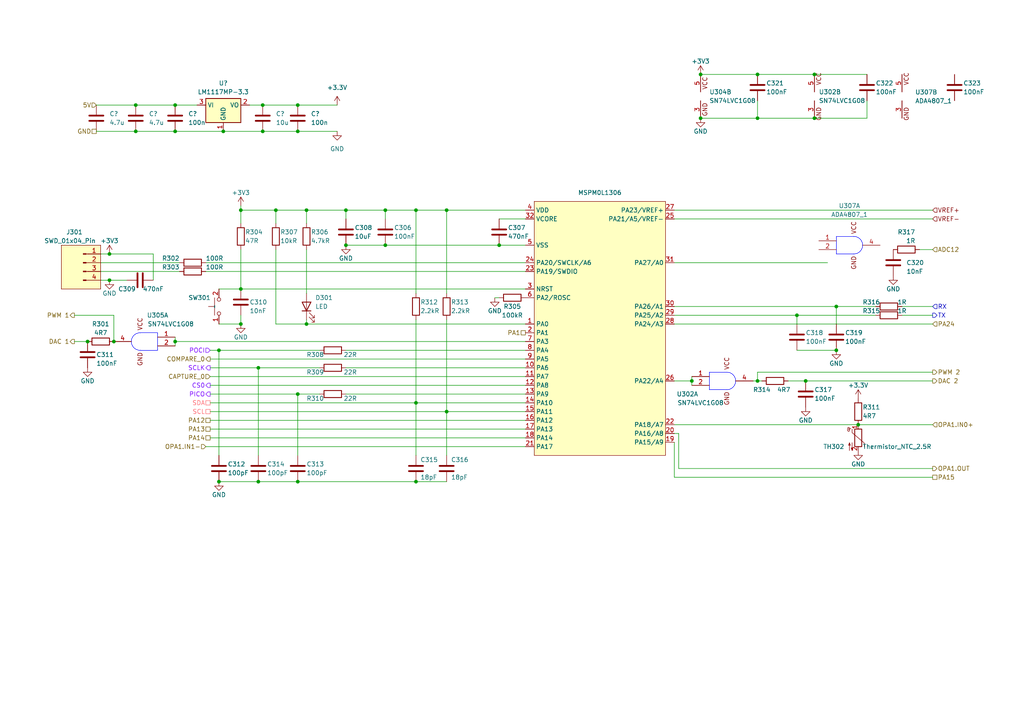
<source format=kicad_sch>
(kicad_sch (version 20230121) (generator eeschema)
  (paper "A4")
  (lib_symbols
    (symbol "+3.3V_1" (power) (pin_numbers hide) (pin_names (offset 0) hide)
      (property "Value" "+3.3V_1" (at 0 3.556 0))
      (symbol "+3.3V_1_1_1"
        (pin power_in line (at 0 0 90) (length 0) hide (name "+3.3V") (number "1"))
      )
    )
    (symbol "00_Myself_Library:ADA4807_1" (pin_names hide)
      (property "Reference" "U" (at -1.27 0 0))
      (property "Value" "ADA4807_1" (at -1.27 8.89 0))
      (symbol "ADA4807_1_0_1"
        (text "GND" (at 1.27 -5.08 900) (effects (font (size 1.27 1.27))))
        (text "VCC" (at 1.27 5.08 900) (effects (font (size 1.27 1.27))))
      )
      (symbol "ADA4807_1_1_1"
        (pin input line (at -8.89 1.27 0) (length 5.08) (name "~") (number "1"))
        (pin input line (at -8.89 -1.27 0) (length 5.08) (name "~") (number "2"))
        (pin output line (at 8.89 0 180) (length 5.08) (name "~") (number "4"))
      )
      (symbol "ADA4807_1_2_1"
        (pin passive line (at 0 -6.35 90) (length 5.08) (name "GND") (number "3"))
        (pin power_in line (at 0 6.35 270) (length 5.08) (name "VCC") (number "5"))
      )
    )
    (symbol "00_Myself_Library:C_0603_470nF" (pin_numbers hide) (pin_names (offset 0.254))
      (property "Reference" "C" (at -3.683 7.112 0))
      (property "Value" "470nF" (at -3.81 5.08 0))
      (symbol "C_0603_470nF_1_1"
        (pin passive line (at 3.81 0 180) (length 2.794) (name "~") (number "1"))
        (pin passive line (at -3.81 0 0) (length 2.794) (name "~") (number "2"))
      )
    )
    (symbol "00_Myself_Library:C_0805_100nF" (pin_numbers hide) (pin_names (offset 0) hide)
      (property "Reference" "C" (at -2.54 6.35 0))
      (property "Value" "100nF" (at 0 3.81 0))
      (symbol "C_0805_100nF_1_1"
        (pin passive line (at 3.81 0 180) (length 2.794) (name "~") (number "1"))
        (pin passive line (at -3.81 0 0) (length 2.794) (name "~") (number "2"))
      )
    )
    (symbol "00_Myself_Library:C_0805_100pF" (pin_numbers hide) (pin_names (offset 0) hide)
      (property "Reference" "C" (at -2.54 8.89 0))
      (property "Value" "100pF" (at 0 6.35 0))
      (symbol "C_0805_100pF_1_1"
        (pin passive line (at 3.81 0 180) (length 2.794) (name "~") (number "1"))
        (pin passive line (at -3.81 0 0) (length 2.794) (name "~") (number "2"))
      )
    )
    (symbol "00_Myself_Library:C_0805_10nF" (pin_numbers hide) (pin_names (offset 0) hide)
      (property "Reference" "C" (at -2.54 8.89 0))
      (property "Value" "10nF" (at 0 6.35 0))
      (symbol "C_0805_10nF_1_1"
        (pin passive line (at 3.81 0 180) (length 2.794) (name "~") (number "1"))
        (pin passive line (at -3.81 0 0) (length 2.794) (name "~") (number "2"))
      )
    )
    (symbol "00_Myself_Library:C_0805_10uF" (pin_numbers hide) (pin_names (offset 0) hide)
      (property "Reference" "C" (at -2.54 6.35 0))
      (property "Value" "C_10uF" (at 0 3.81 0))
      (symbol "C_0805_10uF_1_1"
        (pin passive line (at 3.81 0 180) (length 2.794) (name "~") (number "1"))
        (pin passive line (at -3.81 0 0) (length 2.794) (name "~") (number "2"))
      )
    )
    (symbol "00_Myself_Library:C_0805_18pF" (pin_numbers hide) (pin_names (offset 0) hide)
      (property "Reference" "C" (at -2.54 8.89 0))
      (property "Value" "18pF" (at 0 6.35 0))
      (symbol "C_0805_18pF_1_1"
        (pin passive line (at 3.81 0 180) (length 2.794) (name "~") (number "1"))
        (pin passive line (at -3.81 0 0) (length 2.794) (name "~") (number "2"))
      )
    )
    (symbol "00_Myself_Library:LED" (pin_numbers hide) (pin_names (offset 1.016) hide)
      (property "Reference" "D" (at 0 2.54 0))
      (property "Value" "LED" (at 0 -2.54 0))
      (symbol "LED_1_1"
        (pin passive line (at -3.81 0 0) (length 2.54) (name "K") (number "1"))
        (pin passive line (at 3.81 0 180) (length 2.54) (name "A") (number "2"))
      )
    )
    (symbol "00_Myself_Library:MCU_MSPM0L1306"
      (property "Value" "MSPM0L1306" (at 0 40.64 0))
      (symbol "MCU_MSPM0L1306_1_0"
        (pin input line (at -21.59 20.32 0) (length 2.54) (name "PA20/SWCLK/A6") (number "24"))
      )
      (symbol "MCU_MSPM0L1306_1_1"
        (pin passive line (at -21.59 2.54 0) (length 2.54) (name "PA0") (number "1"))
        (pin passive line (at -21.59 -10.16 0) (length 2.54) (name "PA6") (number "10"))
        (pin passive line (at -21.59 -12.7 0) (length 2.54) (name "PA7") (number "11"))
        (pin passive line (at -21.59 -15.24 0) (length 2.54) (name "PA8") (number "12"))
        (pin passive line (at -21.59 -17.78 0) (length 2.54) (name "PA9") (number "13"))
        (pin passive line (at -21.59 -20.32 0) (length 2.54) (name "PA10") (number "14"))
        (pin passive line (at -21.59 -22.86 0) (length 2.54) (name "PA11") (number "15"))
        (pin passive line (at -21.59 -25.4 0) (length 2.54) (name "PA12") (number "16"))
        (pin passive line (at -21.59 -27.94 0) (length 2.54) (name "PA13") (number "17"))
        (pin passive line (at -21.59 -30.48 0) (length 2.54) (name "PA14") (number "18"))
        (pin passive line (at 21.59 -31.75 180) (length 2.54) (name "PA15/A9") (number "19"))
        (pin passive line (at -21.59 0 0) (length 2.54) (name "PA1") (number "2"))
        (pin passive line (at 21.59 -29.21 180) (length 2.54) (name "PA16/A8") (number "20"))
        (pin passive line (at -21.59 -33.02 0) (length 2.54) (name "PA17") (number "21"))
        (pin passive line (at 21.59 -26.67 180) (length 2.54) (name "PA18/A7") (number "22"))
        (pin bidirectional line (at -21.59 17.78 0) (length 2.54) (name "PA19/SWDIO") (number "23"))
        (pin passive line (at 21.59 33.02 180) (length 2.54) (name "PA21/A5/VREF-") (number "25"))
        (pin passive line (at 21.59 -13.97 180) (length 2.54) (name "PA22/A4") (number "26"))
        (pin passive line (at 21.59 35.56 180) (length 2.54) (name "PA23/VREF+") (number "27"))
        (pin passive line (at 21.59 2.54 180) (length 2.54) (name "PA24/A3") (number "28"))
        (pin passive line (at 21.59 5.08 180) (length 2.54) (name "PA25/A2") (number "29"))
        (pin input line (at -21.59 12.7 0) (length 2.54) (name "NRST") (number "3"))
        (pin passive line (at 21.59 7.62 180) (length 2.54) (name "PA26/A1") (number "30"))
        (pin passive line (at 21.59 20.32 180) (length 2.54) (name "PA27/A0") (number "31"))
        (pin power_in line (at -21.59 33.02 0) (length 2.54) (name "VCORE") (number "32"))
        (pin power_in line (at -21.59 35.56 0) (length 2.54) (name "VDD") (number "4"))
        (pin passive line (at -21.59 25.4 0) (length 2.54) (name "VSS") (number "5"))
        (pin output line (at -21.59 10.16 0) (length 2.54) (name "PA2/ROSC") (number "6"))
        (pin passive line (at -21.59 -2.54 0) (length 2.54) (name "PA3") (number "7"))
        (pin passive line (at -21.59 -5.08 0) (length 2.54) (name "PA4") (number "8"))
        (pin passive line (at -21.59 -7.62 0) (length 2.54) (name "PA5") (number "9"))
      )
    )
    (symbol "00_Myself_Library:R_0805_100R" (pin_numbers hide) (pin_names hide)
      (property "Reference" "R" (at -2.54 5.08 0))
      (property "Value" "R_100R" (at -1.27 2.54 0))
      (symbol "R_0805_100R_1_1"
        (pin passive line (at 3.81 0 180) (length 1.27) (name "~") (number "1"))
        (pin passive line (at -3.81 0 0) (length 1.27) (name "~") (number "2"))
      )
    )
    (symbol "00_Myself_Library:R_0805_100kR" (pin_numbers hide) (pin_names hide)
      (property "Reference" "R" (at -2.54 5.08 0))
      (property "Value" "100kR" (at 0 2.54 0))
      (symbol "R_0805_100kR_1_1"
        (pin passive line (at 3.81 0 180) (length 1.27) (name "~") (number "1"))
        (pin passive line (at -3.81 0 0) (length 1.27) (name "~") (number "2"))
      )
    )
    (symbol "00_Myself_Library:R_0805_10kR" (pin_numbers hide) (pin_names hide)
      (property "Reference" "R" (at -2.54 5.08 0))
      (property "Value" "10kR" (at -1.27 2.54 0))
      (symbol "R_0805_10kR_1_1"
        (pin passive line (at 3.81 0 180) (length 1.27) (name "~") (number "1"))
        (pin passive line (at -3.81 0 0) (length 1.27) (name "~") (number "2"))
      )
    )
    (symbol "00_Myself_Library:R_0805_1R" (pin_numbers hide) (pin_names hide)
      (property "Reference" "R" (at -2.54 5.08 0))
      (property "Value" "1R" (at -1.27 2.54 0))
      (symbol "R_0805_1R_1_1"
        (pin passive line (at 3.81 0 180) (length 1.27) (name "~") (number "1"))
        (pin passive line (at -3.81 0 0) (length 1.27) (name "~") (number "2"))
      )
    )
    (symbol "00_Myself_Library:R_0805_2.2kR" (pin_numbers hide) (pin_names hide)
      (property "Reference" "R" (at -2.54 5.08 0))
      (property "Value" "2.2kR" (at -1.27 2.54 0))
      (symbol "R_0805_2.2kR_1_1"
        (pin passive line (at 3.81 0 180) (length 1.27) (name "~") (number "1"))
        (pin passive line (at -3.81 0 0) (length 1.27) (name "~") (number "2"))
      )
    )
    (symbol "00_Myself_Library:R_0805_22R" (pin_numbers hide) (pin_names hide)
      (property "Reference" "R" (at -2.54 5.08 0))
      (property "Value" "22R" (at -1.27 2.54 0))
      (symbol "R_0805_22R_1_1"
        (pin passive line (at 3.81 0 180) (length 1.27) (name "~") (number "1"))
        (pin passive line (at -3.81 0 0) (length 1.27) (name "~") (number "2"))
      )
    )
    (symbol "00_Myself_Library:R_0805_4.7kR" (pin_numbers hide) (pin_names hide)
      (property "Reference" "R" (at -2.54 5.08 0))
      (property "Value" "4.7kR" (at -1.27 2.54 0))
      (symbol "R_0805_4.7kR_1_1"
        (pin passive line (at 3.81 0 180) (length 1.27) (name "~") (number "1"))
        (pin passive line (at -3.81 0 0) (length 1.27) (name "~") (number "2"))
      )
    )
    (symbol "00_Myself_Library:R_0805_47R" (pin_numbers hide) (pin_names hide)
      (property "Reference" "R" (at -2.54 5.08 0))
      (property "Value" "47R" (at -1.27 2.54 0))
      (symbol "R_0805_47R_1_1"
        (pin passive line (at 3.81 0 180) (length 1.27) (name "~") (number "1"))
        (pin passive line (at -3.81 0 0) (length 1.27) (name "~") (number "2"))
      )
    )
    (symbol "00_Myself_Library:R_0805_4R7" (pin_numbers hide) (pin_names hide)
      (property "Reference" "R" (at -2.54 5.08 0))
      (property "Value" "4R7" (at -1.27 2.54 0))
      (symbol "R_0805_4R7_1_1"
        (pin passive line (at 3.81 0 180) (length 1.27) (name "~") (number "1"))
        (pin passive line (at -3.81 0 0) (length 1.27) (name "~") (number "2"))
      )
    )
    (symbol "00_Myself_Library:SN74LVC1G08" (pin_names hide)
      (property "Reference" "U" (at -1.27 0 0))
      (property "Value" "SN74LVC1G08" (at -1.27 8.89 0))
      (symbol "SN74LVC1G08_0_1"
        (text "GND" (at 1.27 -5.08 900) (effects (font (size 1.27 1.27))))
        (text "VCC" (at 1.27 5.08 900) (effects (font (size 1.27 1.27))))
      )
      (symbol "SN74LVC1G08_1_1"
        (pin input line (at -8.89 1.27 0) (length 5.08) (name "~") (number "1"))
        (pin input line (at -8.89 -1.27 0) (length 5.08) (name "~") (number "2"))
        (pin output line (at 8.89 0 180) (length 5.08) (name "~") (number "4"))
      )
      (symbol "SN74LVC1G08_2_1"
        (pin passive line (at 0 -6.35 90) (length 5.08) (name "GND") (number "3"))
        (pin power_in line (at 0 6.35 270) (length 5.08) (name "VCC") (number "5"))
      )
    )
    (symbol "00_Myself_Library:SWD_01x04_Pin" (pin_names (offset 1.016) hide)
      (property "Reference" "J201" (at -1.27 11.43 0))
      (property "Value" "SWD_01x04_Pin" (at 0 8.89 0))
      (symbol "SWD_01x04_Pin_1_1"
        (pin passive line (at 5.08 2.54 180) (length 3.81) (name "Pin_1") (number "1"))
        (pin passive line (at 5.08 0 180) (length 3.81) (name "Pin_2") (number "2"))
        (pin passive line (at 5.08 -2.54 180) (length 3.81) (name "Pin_3") (number "3"))
        (pin passive line (at 5.08 -5.08 180) (length 3.81) (name "Pin_4") (number "4"))
      )
    )
    (symbol "00_Myself_Library:Switch" (pin_names hide)
      (property "Reference" "SW" (at 0 3.81 0))
      (symbol "Switch_0_1"
        (pin passive line (at -5.08 -1.27 0) (length 2.54) (name "1") (number "1"))
        (pin passive line (at 5.08 -1.27 180) (length 2.54) (name "2") (number "2"))
      )
    )
    (symbol "00_Myself_Library:Thermistor_NTC_2.5R"
      (property "Reference" "TH" (at -5.08 5.08 0))
      (property "Value" "Thermistor_NTC_2.5R" (at -12.7 2.54 0))
      (symbol "Thermistor_NTC_2.5R_1_1"
        (pin passive line (at 0 7.62 270) (length 1.27) (name "~") (number "1"))
        (pin passive line (at 0 0 90) (length 1.27) (name "~") (number "2"))
      )
    )
    (symbol "C_0805_100nF_1" (pin_numbers hide) (pin_names (offset 0) hide)
      (property "Reference" "C" (at -2.54 8.89 0))
      (property "Value" "100nF" (at 0 6.35 0))
      (symbol "C_0805_100nF_1_1_1"
        (pin passive line (at 3.81 0 180) (length 2.794) (name "~") (number "1"))
        (pin passive line (at -3.81 0 0) (length 2.794) (name "~") (number "2"))
      )
    )
    (symbol "C_0805_100nF_2" (pin_numbers hide) (pin_names (offset 0) hide)
      (property "Reference" "C" (at -2.54 8.89 0))
      (property "Value" "100nF" (at 0 6.35 0))
      (symbol "C_0805_100nF_2_1_1"
        (pin passive line (at 3.81 0 180) (length 2.794) (name "~") (number "1"))
        (pin passive line (at -3.81 0 0) (length 2.794) (name "~") (number "2"))
      )
    )
    (symbol "C_0805_100nF_3" (pin_numbers hide) (pin_names (offset 0) hide)
      (property "Reference" "C" (at -2.54 8.89 0))
      (property "Value" "100nF" (at 0 6.35 0))
      (symbol "C_0805_100nF_3_1_1"
        (pin passive line (at 3.81 0 180) (length 2.794) (name "~") (number "1"))
        (pin passive line (at -3.81 0 0) (length 2.794) (name "~") (number "2"))
      )
    )
    (symbol "C_0805_100nF_4" (pin_numbers hide) (pin_names (offset 0) hide)
      (property "Reference" "C" (at -2.54 8.89 0))
      (property "Value" "100nF" (at 0 6.35 0))
      (symbol "C_0805_100nF_4_1_1"
        (pin passive line (at 3.81 0 180) (length 2.794) (name "~") (number "1"))
        (pin passive line (at -3.81 0 0) (length 2.794) (name "~") (number "2"))
      )
    )
    (symbol "Device:C" (pin_numbers hide) (pin_names (offset 0.254))
      (property "Reference" "C" (at 0.635 2.54 0))
      (property "Value" "C" (at 0.635 -2.54 0))
      (symbol "C_1_1"
        (pin passive line (at 0 3.81 270) (length 2.794) (name "~") (number "1"))
        (pin passive line (at 0 -3.81 90) (length 2.794) (name "~") (number "2"))
      )
    )
    (symbol "GND_1" (power) (pin_numbers hide) (pin_names (offset 0) hide)
      (property "Value" "GND_1" (at 0 -3.81 0))
      (symbol "GND_1_1_1"
        (pin power_in line (at 0 0 270) (length 0) hide (name "GND") (number "1"))
      )
    )
    (symbol "GND_2" (power) (pin_numbers hide) (pin_names (offset 0) hide)
      (property "Value" "GND_2" (at 0 -3.81 0))
      (symbol "GND_2_1_1"
        (pin power_in line (at 0 0 270) (length 0) hide (name "GND") (number "1"))
      )
    )
    (symbol "R_0805_4R7_1" (pin_numbers hide) (pin_names hide)
      (property "Reference" "R" (at -2.54 5.08 0))
      (property "Value" "4R7" (at -1.27 2.54 0))
      (symbol "R_0805_4R7_1_1_1"
        (pin passive line (at 3.81 0 180) (length 1.27) (name "~") (number "1"))
        (pin passive line (at -3.81 0 0) (length 1.27) (name "~") (number "2"))
      )
    )
    (symbol "Regulator_Linear:LM1117MP-3.3"
      (property "Reference" "U" (at -3.81 3.175 0))
      (property "Value" "LM1117MP-3.3" (at 0 3.175 0))
      (symbol "LM1117MP-3.3_1_1"
        (pin power_in line (at 0 -7.62 90) (length 2.54) (name "GND") (number "1"))
        (pin power_out line (at 7.62 0 180) (length 2.54) (name "VO") (number "2"))
        (pin power_in line (at -7.62 0 0) (length 2.54) (name "VI") (number "3"))
      )
    )
    (symbol "SN74LVC1G08_2" (pin_names hide)
      (property "Reference" "U" (at -1.27 0 0))
      (property "Value" "SN74LVC1G08" (at -1.27 8.89 0))
      (symbol "SN74LVC1G08_2_0_1"
        (text "GND" (at 1.27 -3.81 900) (effects (font (size 1.27 1.27))))
        (text "VCC" (at 1.27 3.81 900) (effects (font (size 1.27 1.27))))
      )
      (symbol "SN74LVC1G08_2_1_1"
        (pin input line (at -8.89 1.27 0) (length 5.08) (name "~") (number "1"))
        (pin input line (at -8.89 -1.27 0) (length 5.08) (name "~") (number "2"))
        (pin output line (at 8.89 0 180) (length 5.08) (name "~") (number "4"))
      )
      (symbol "SN74LVC1G08_2_2_1"
        (pin passive line (at 0 -6.35 90) (length 5.08) (name "GND") (number "3"))
        (pin power_in line (at 0 6.35 270) (length 5.08) (name "VCC") (number "5"))
      )
    )
    (symbol "SN74LVC1G08_3" (pin_names hide)
      (property "Reference" "U" (at -1.27 0 0))
      (property "Value" "SN74LVC1G08" (at -1.27 8.89 0))
      (symbol "SN74LVC1G08_3_0_1"
        (text "GND" (at 1.27 -5.08 900) (effects (font (size 1.27 1.27))))
        (text "VCC\n" (at 1.27 5.08 900) (effects (font (size 1.27 1.27))))
      )
      (symbol "SN74LVC1G08_3_1_1"
        (pin input line (at -8.89 1.27 0) (length 5.08) (name "~") (number "1"))
        (pin input line (at -8.89 -1.27 0) (length 5.08) (name "~") (number "2"))
        (pin output line (at 8.89 0 180) (length 5.08) (name "~") (number "4"))
      )
      (symbol "SN74LVC1G08_3_2_1"
        (pin power_in line (at 0 -6.35 90) (length 5.08) (name "GND") (number "3"))
        (pin power_in line (at 0 6.35 270) (length 5.08) (name "VCC") (number "5"))
      )
    )
    (symbol "power:+3.3V" (power) (pin_names (offset 0))
      (property "Value" "+3.3V" (at 0 3.556 0))
      (symbol "+3.3V_1_1"
        (pin power_in line (at 0 0 90) (length 0) hide (name "+3.3V") (number "1"))
      )
    )
    (symbol "power:+3V3" (power) (pin_numbers hide) (pin_names (offset 0) hide)
      (property "Value" "+3V3" (at 0 3.556 0))
      (symbol "+3V3_1_1"
        (pin power_in line (at 0 0 90) (length 0) hide (name "+3V3") (number "1"))
      )
    )
    (symbol "power:GND" (power) (pin_names (offset 0))
      (property "Value" "GND" (at 0 -3.81 0))
      (symbol "GND_1_1"
        (pin power_in line (at 0 0 270) (length 0) hide (name "GND") (number "1"))
      )
    )
  )
  (junction (at 111.76 71.12))
  (junction (at 100.33 71.12))
  (junction (at 86.36 114.3))
  (junction (at 74.93 139.7))
  (junction (at 86.36 139.7))
  (junction (at 231.14 91.44))
  (junction (at 219.71 110.49))
  (junction (at 86.36 38.1))
  (junction (at 25.4 99.06))
  (junction (at 233.68 110.49))
  (junction (at 80.01 60.96))
  (junction (at 236.22 34.29))
  (junction (at 63.5 139.7))
  (junction (at 100.33 60.96))
  (junction (at 129.54 119.38))
  (junction (at 111.76 60.96))
  (junction (at 120.65 60.96))
  (junction (at 129.54 60.96))
  (junction (at 50.8 30.48))
  (junction (at 76.2 38.1))
  (junction (at 203.2 21.59))
  (junction (at 88.9 93.98))
  (junction (at 39.37 38.1))
  (junction (at 88.9 60.96))
  (junction (at 200.66 110.49))
  (junction (at 64.77 38.1))
  (junction (at 63.5 101.6))
  (junction (at 69.85 60.96))
  (junction (at 31.75 73.66))
  (junction (at 219.71 21.59))
  (junction (at 76.2 30.48))
  (junction (at 50.8 99.06))
  (junction (at 74.93 106.68))
  (junction (at 248.92 123.19))
  (junction (at 242.57 101.6))
  (junction (at 69.85 83.82))
  (junction (at 39.37 30.48))
  (junction (at 144.78 71.12))
  (junction (at 31.75 81.28))
  (junction (at 236.22 21.59))
  (junction (at 50.8 38.1))
  (junction (at 33.02 99.06))
  (junction (at 203.2 34.29))
  (junction (at 120.65 139.7))
  (junction (at 86.36 30.48))
  (junction (at 219.71 34.29))
  (junction (at 69.85 93.98))
  (junction (at 242.57 88.9))
  (junction (at 120.65 116.84))
  (wire (pts (xy 129.54 119.38) (xy 129.54 92.71)))
  (wire (pts (xy 111.76 71.12) (xy 144.78 71.12)))
  (wire (pts (xy 120.65 116.84) (xy 120.65 132.08)))
  (wire (pts (xy 129.54 60.96) (xy 129.54 85.09)))
  (wire (pts (xy 59.69 76.2) (xy 152.4 76.2)))
  (wire (pts (xy 39.37 30.48) (xy 50.8 30.48)))
  (wire (pts (xy 69.85 72.39) (xy 69.85 83.82)))
  (wire (pts (xy 63.5 139.7) (xy 74.93 139.7)))
  (wire (pts (xy 219.71 107.95) (xy 270.51 107.95)))
  (wire (pts (xy 219.71 110.49) (xy 220.98 110.49)))
  (wire (pts (xy 120.65 60.96) (xy 120.65 85.09)))
  (wire (pts (xy 59.69 129.54) (xy 152.4 129.54)))
  (wire (pts (xy 69.85 59.69) (xy 69.85 60.96)))
  (wire (pts (xy 29.21 78.74) (xy 52.07 78.74)))
  (wire (pts (xy 111.76 60.96) (xy 111.76 63.5)))
  (wire (pts (xy 60.96 121.92) (xy 152.4 121.92)))
  (wire (pts (xy 60.96 104.14) (xy 152.4 104.14)))
  (wire (pts (xy 29.21 73.66) (xy 31.75 73.66)))
  (wire (pts (xy 236.22 34.29) (xy 251.46 34.29)))
  (wire (pts (xy 233.68 110.49) (xy 228.6 110.49)))
  (wire (pts (xy 219.71 29.21) (xy 219.71 34.29)))
  (wire (pts (xy 261.62 91.44) (xy 270.51 91.44)))
  (wire (pts (xy 29.21 81.28) (xy 31.75 81.28)))
  (wire (pts (xy 31.75 73.66) (xy 44.45 73.66)))
  (wire (pts (xy 219.71 21.59) (xy 236.22 21.59)))
  (wire (pts (xy 120.65 116.84) (xy 152.4 116.84)))
  (wire (pts (xy 195.58 76.2) (xy 240.03 76.2)))
  (wire (pts (xy 80.01 93.98) (xy 88.9 93.98)))
  (wire (pts (xy 50.8 38.1) (xy 64.77 38.1)))
  (wire (pts (xy 80.01 72.39) (xy 80.01 93.98)))
  (wire (pts (xy 33.02 99.06) (xy 33.02 91.44)))
  (wire (pts (xy 120.65 60.96) (xy 129.54 60.96)))
  (wire (pts (xy 88.9 93.98) (xy 152.4 93.98)))
  (wire (pts (xy 144.78 71.12) (xy 152.4 71.12)))
  (wire (pts (xy 270.51 138.43) (xy 195.58 138.43)))
  (wire (pts (xy 63.5 101.6) (xy 63.5 132.08)))
  (wire (pts (xy 86.36 132.08) (xy 86.36 114.3)))
  (wire (pts (xy 60.96 116.84) (xy 120.65 116.84)))
  (wire (pts (xy 270.51 135.89) (xy 196.85 135.89)))
  (wire (pts (xy 195.58 91.44) (xy 231.14 91.44)))
  (wire (pts (xy 270.51 72.39) (xy 266.7 72.39)))
  (wire (pts (xy 80.01 60.96) (xy 80.01 64.77)))
  (wire (pts (xy 86.36 30.48) (xy 97.79 30.48)))
  (wire (pts (xy 100.33 71.12) (xy 111.76 71.12)))
  (wire (pts (xy 143.51 86.36) (xy 144.78 86.36)))
  (wire (pts (xy 64.77 38.1) (xy 76.2 38.1)))
  (wire (pts (xy 74.93 139.7) (xy 86.36 139.7)))
  (wire (pts (xy 60.96 109.22) (xy 152.4 109.22)))
  (wire (pts (xy 60.96 106.68) (xy 74.93 106.68)))
  (wire (pts (xy 203.2 34.29) (xy 219.71 34.29)))
  (wire (pts (xy 129.54 119.38) (xy 152.4 119.38)))
  (wire (pts (xy 251.46 29.21) (xy 251.46 34.29)))
  (wire (pts (xy 100.33 60.96) (xy 100.33 63.5)))
  (wire (pts (xy 200.66 110.49) (xy 200.66 111.76)))
  (wire (pts (xy 129.54 60.96) (xy 152.4 60.96)))
  (wire (pts (xy 80.01 60.96) (xy 88.9 60.96)))
  (wire (pts (xy 69.85 60.96) (xy 80.01 60.96)))
  (wire (pts (xy 76.2 30.48) (xy 86.36 30.48)))
  (wire (pts (xy 60.96 101.6) (xy 63.5 101.6)))
  (wire (pts (xy 219.71 107.95) (xy 219.71 110.49)))
  (wire (pts (xy 63.5 101.6) (xy 92.71 101.6)))
  (wire (pts (xy 270.51 123.19) (xy 248.92 123.19)))
  (wire (pts (xy 21.59 99.06) (xy 25.4 99.06)))
  (wire (pts (xy 129.54 132.08) (xy 129.54 119.38)))
  (wire (pts (xy 100.33 60.96) (xy 111.76 60.96)))
  (wire (pts (xy 50.8 99.06) (xy 50.8 97.79)))
  (wire (pts (xy 60.96 111.76) (xy 152.4 111.76)))
  (wire (pts (xy 74.93 106.68) (xy 92.71 106.68)))
  (wire (pts (xy 261.62 88.9) (xy 270.51 88.9)))
  (wire (pts (xy 60.96 114.3) (xy 86.36 114.3)))
  (wire (pts (xy 69.85 83.82) (xy 152.4 83.82)))
  (wire (pts (xy 21.59 91.44) (xy 33.02 91.44)))
  (wire (pts (xy 231.14 91.44) (xy 231.14 93.98)))
  (wire (pts (xy 236.22 21.59) (xy 251.46 21.59)))
  (wire (pts (xy 60.96 127) (xy 152.4 127)))
  (wire (pts (xy 231.14 91.44) (xy 254 91.44)))
  (wire (pts (xy 27.94 30.48) (xy 39.37 30.48)))
  (wire (pts (xy 120.65 92.71) (xy 120.65 116.84)))
  (wire (pts (xy 44.45 73.66) (xy 44.45 81.28)))
  (wire (pts (xy 39.37 38.1) (xy 50.8 38.1)))
  (wire (pts (xy 218.44 110.49) (xy 219.71 110.49)))
  (wire (pts (xy 72.39 30.48) (xy 76.2 30.48)))
  (wire (pts (xy 69.85 91.44) (xy 69.85 93.98)))
  (wire (pts (xy 195.58 125.73) (xy 196.85 125.73)))
  (wire (pts (xy 233.68 110.49) (xy 270.51 110.49)))
  (wire (pts (xy 195.58 88.9) (xy 242.57 88.9)))
  (wire (pts (xy 63.5 83.82) (xy 69.85 83.82)))
  (wire (pts (xy 242.57 88.9) (xy 254 88.9)))
  (wire (pts (xy 50.8 99.06) (xy 50.8 100.33)))
  (wire (pts (xy 231.14 101.6) (xy 242.57 101.6)))
  (wire (pts (xy 152.4 63.5) (xy 144.78 63.5)))
  (wire (pts (xy 111.76 60.96) (xy 120.65 60.96)))
  (wire (pts (xy 100.33 106.68) (xy 152.4 106.68)))
  (wire (pts (xy 29.21 76.2) (xy 52.07 76.2)))
  (wire (pts (xy 31.75 81.28) (xy 36.83 81.28)))
  (wire (pts (xy 100.33 101.6) (xy 152.4 101.6)))
  (wire (pts (xy 27.94 38.1) (xy 39.37 38.1)))
  (wire (pts (xy 60.96 119.38) (xy 129.54 119.38)))
  (wire (pts (xy 63.5 93.98) (xy 69.85 93.98)))
  (wire (pts (xy 195.58 138.43) (xy 195.58 128.27)))
  (wire (pts (xy 50.8 30.48) (xy 57.15 30.48)))
  (wire (pts (xy 120.65 139.7) (xy 129.54 139.7)))
  (wire (pts (xy 100.33 114.3) (xy 152.4 114.3)))
  (wire (pts (xy 200.66 109.22) (xy 200.66 110.49)))
  (wire (pts (xy 88.9 72.39) (xy 88.9 85.09)))
  (wire (pts (xy 88.9 60.96) (xy 100.33 60.96)))
  (wire (pts (xy 270.51 63.5) (xy 195.58 63.5)))
  (wire (pts (xy 195.58 93.98) (xy 270.51 93.98)))
  (wire (pts (xy 203.2 21.59) (xy 219.71 21.59)))
  (wire (pts (xy 219.71 34.29) (xy 236.22 34.29)))
  (wire (pts (xy 74.93 132.08) (xy 74.93 106.68)))
  (wire (pts (xy 59.69 78.74) (xy 152.4 78.74)))
  (wire (pts (xy 270.51 60.96) (xy 195.58 60.96)))
  (wire (pts (xy 76.2 38.1) (xy 86.36 38.1)))
  (wire (pts (xy 195.58 110.49) (xy 200.66 110.49)))
  (wire (pts (xy 88.9 92.71) (xy 88.9 93.98)))
  (wire (pts (xy 242.57 93.98) (xy 242.57 88.9)))
  (wire (pts (xy 60.96 124.46) (xy 152.4 124.46)))
  (wire (pts (xy 86.36 139.7) (xy 120.65 139.7)))
  (wire (pts (xy 86.36 114.3) (xy 92.71 114.3)))
  (wire (pts (xy 195.58 123.19) (xy 248.92 123.19)))
  (wire (pts (xy 50.8 99.06) (xy 152.4 99.06)))
  (wire (pts (xy 86.36 38.1) (xy 97.79 38.1)))
  (wire (pts (xy 196.85 135.89) (xy 196.85 125.73)))
  (wire (pts (xy 88.9 60.96) (xy 88.9 64.77)))
  (wire (pts (xy 69.85 60.96) (xy 69.85 64.77)))
  (hierarchical_label "RX" (shape input) (at 270.51 88.9 0))
  (hierarchical_label "ADC12" (shape input) (at 270.51 72.39 0))
  (hierarchical_label "PA1" (shape passive) (at 152.4 96.52 180))
  (hierarchical_label "VREF-" (shape input) (at 270.51 63.5 0))
  (hierarchical_label "CAPTURE_0" (shape input) (at 60.96 109.22 180))
  (hierarchical_label "DAC 1" (shape output) (at 21.59 99.06 180))
  (hierarchical_label "OPA1.IN0+" (shape input) (at 270.51 123.19 0))
  (hierarchical_label "TX" (shape output) (at 270.51 91.44 0))
  (hierarchical_label "PWM 1" (shape output) (at 21.59 91.44 180))
  (hierarchical_label "PA15" (shape passive) (at 270.51 138.43 0))
  (hierarchical_label "POCI" (shape input) (at 60.96 101.6 180))
  (hierarchical_label "CS0" (shape output) (at 60.96 111.76 180))
  (hierarchical_label "PA14" (shape passive) (at 60.96 127 180))
  (hierarchical_label "OPA1.OUT" (shape output) (at 270.51 135.89 0))
  (hierarchical_label "COMPARE_0" (shape output) (at 60.96 104.14 180))
  (hierarchical_label "DAC 2" (shape output) (at 270.51 110.49 0))
  (hierarchical_label "SDA" (shape passive) (at 60.96 116.84 180))
  (hierarchical_label "GND" (shape passive) (at 27.94 38.1 180))
  (hierarchical_label "OPA1.IN1-" (shape input) (at 59.69 129.54 180))
  (hierarchical_label "PWM 2" (shape output) (at 270.51 107.95 0))
  (hierarchical_label "PA13" (shape passive) (at 60.96 124.46 180))
  (hierarchical_label "SCLK" (shape output) (at 60.96 106.68 180))
  (hierarchical_label "SCL" (shape passive) (at 60.96 119.38 180))
  (hierarchical_label "PICO" (shape output) (at 60.96 114.3 180))
  (hierarchical_label "PA12" (shape passive) (at 60.96 121.92 180))
  (hierarchical_label "VREF+" (shape input) (at 270.51 60.96 0))
  (hierarchical_label "PA24" (shape input) (at 270.51 93.98 0))
  (hierarchical_label "5V" (shape input) (at 27.94 30.48 180))
  (symbol (lib_name "GND_1") (lib_id "power:GND") (at 259.08 80.01 0) (unit 1)
    (property "Reference" "#PWR0317" (effects hide))
    (property "Value" "GND" (at 259.08 83.82 0))
  )
  (symbol (lib_id "00_Myself_Library:SN74LVC1G08") (at 236.22 27.94 0) (unit 2)
    (property "Reference" "U302" (at 237.49 26.67 0) (effects (justify left)))
    (property "Value" "SN74LVC1G08" (at 237.49 29.21 0) (effects (justify left)))
    (property "Footprint" "Package_TO_SOT_SMD:SOT-23-5" (effects hide))
    (property "Datasheet" "2711-1G08DR01" (effects hide))
  )
  (symbol (lib_id "00_Myself_Library:SWD_01x04_Pin") (at 24.13 76.2 0) (unit 1)
    (property "Reference" "J301" (at 21.59 67.31 0))
    (property "Value" "SWD_01x04_Pin" (at 20.32 69.85 0))
    (property "Footprint" "Connector_PinHeader_1.00mm:PinHeader_1x04_P1.00mm_Horizontal" (effects hide))
  )
  (symbol (lib_id "00_Myself_Library:R_0805_22R") (at 96.52 101.6 0) (unit 1)
    (property "Reference" "R308" (at 91.44 102.87 0))
    (property "Value" "22R" (at 101.6 102.87 0))
    (property "Footprint" "Resistor_SMD:R_0805_2012Metric_Pad1.20x1.40mm_HandSolder" (effects hide))
    (property "Datasheet" "20C1-22B0J221" (effects hide))
  )
  (symbol (lib_name "GND_1") (lib_id "power:GND") (at 233.68 118.11 0) (unit 1)
    (property "Reference" "#PWR0315" (effects hide))
    (property "Value" "GND" (at 233.68 121.92 0))
  )
  (symbol (lib_id "00_Myself_Library:C_0805_100nF") (at 219.71 25.4 90) (mirror x) (unit 1)
    (property "Reference" "C321" (at 222.25 24.13 90) (effects (justify right)))
    (property "Value" "100nF" (at 222.25 26.67 90) (effects (justify right)))
    (property "Footprint" "Capacitor_SMD:C_0805_2012Metric_Pad1.18x1.45mm_HandSolder" (effects hide))
    (property "Datasheet" "22E5-50104J01" (effects hide))
  )
  (symbol (lib_id "power:GND") (at 97.79 38.1 0) (unit 1)
    (property "Reference" "#PWR?" (effects hide))
    (property "Value" "GND" (at 97.79 43.18 0))
    (instances (project "M0" (path "" (reference "#PWR?") (unit 1)) (path "" (reference "#PWR0302") (unit 1))))
  )
  (symbol (lib_id "Device:C") (at 76.2 34.29 0) (unit 1)
    (property "Reference" "C?" (at 80.01 33.02 0) (effects (justify left)))
    (property "Value" "10u" (at 80.01 35.56 0) (effects (justify left)))
    (instances (project "M0" (path "" (reference "C?") (unit 1)) (path "" (reference "C304") (unit 1))))
  )
  (symbol (lib_id "00_Myself_Library:C_0805_100pF") (at 63.5 135.89 90) (unit 1)
    (property "Reference" "C312" (at 66.04 134.62 90) (effects (justify right)))
    (property "Value" "100pF" (at 66.04 137.16 90) (effects (justify right)))
    (property "Footprint" "Capacitor_SMD:C_0805_2012Metric_Pad1.18x1.45mm_HandSolder" (effects hide))
    (property "Datasheet" "22E5-50101J01" (effects hide))
  )
  (symbol (lib_id "00_Myself_Library:ADA4807_1") (at 246.38 71.12 0) (unit 1)
    (property "Reference" "U307" (at 246.38 59.69 0))
    (property "Value" "ADA4807_1" (at 246.38 62.23 0))
    (property "Footprint" "Package_TO_SOT_SMD:SOT-23-6" (effects hide))
    (property "Datasheet" "2715-48071AR1" (effects hide))
  )
  (symbol (lib_id "Device:C") (at 50.8 34.29 0) (unit 1)
    (property "Reference" "C?" (at 54.61 33.02 0) (effects (justify left)))
    (property "Value" "100n" (at 54.61 35.56 0) (effects (justify left)))
    (instances (project "M0" (path "" (reference "C?") (unit 1)) (path "" (reference "C303") (unit 1))))
  )
  (symbol (lib_name "GND_1") (lib_id "power:GND") (at 143.51 86.36 0) (unit 1)
    (property "Reference" "#PWR0308" (effects hide))
    (property "Value" "GND" (at 143.51 90.17 0))
  )
  (symbol (lib_id "00_Myself_Library:R_0805_22R") (at 96.52 114.3 0) (unit 1)
    (property "Reference" "R310" (at 91.44 115.57 0))
    (property "Value" "22R" (at 101.6 115.57 0))
    (property "Footprint" "Resistor_SMD:R_0805_2012Metric_Pad1.20x1.40mm_HandSolder" (effects hide))
    (property "Datasheet" "20C1-22B0J221" (effects hide))
  )
  (symbol (lib_id "00_Myself_Library:R_0805_47R") (at 69.85 68.58 90) (unit 1)
    (property "Reference" "R304" (at 71.12 67.31 90) (effects (justify right)))
    (property "Value" "47R" (at 71.12 69.85 90) (effects (justify right)))
    (property "Footprint" "Resistor_SMD:R_0805_2012Metric_Pad1.20x1.40mm_HandSolder" (effects hide))
    (property "Datasheet" "20C1-47B0J221" (effects hide))
  )
  (symbol (lib_id "power:+3V3") (at 69.85 59.69 0) (unit 1)
    (property "Reference" "#PWR0304" (effects hide))
    (property "Value" "+3V3" (at 69.85 55.88 0))
  )
  (symbol (lib_id "00_Myself_Library:R_0805_4.7kR") (at 88.9 68.58 90) (unit 1)
    (property "Reference" "R306" (at 90.17 67.31 90) (effects (justify right)))
    (property "Value" "4.7kR" (at 90.17 69.85 90) (effects (justify right)))
    (property "Footprint" "Resistor_SMD:R_0805_2012Metric_Pad1.20x1.40mm_HandSolder" (effects hide))
    (property "Datasheet" "20C1-4701F221" (effects hide))
  )
  (symbol (lib_id "Regulator_Linear:LM1117MP-3.3") (at 64.77 30.48 0) (unit 1)
    (property "Reference" "U?" (at 64.77 24.13 0))
    (property "Value" "LM1117MP-3.3" (at 64.77 26.67 0))
    (property "Footprint" "Package_TO_SOT_SMD:SOT-223-3_TabPin2" (effects hide))
    (property "Datasheet" "http://www.ti.com/lit/ds/symlink/lm1117.pdf" (effects hide))
    (instances (project "M0" (path "" (reference "U?") (unit 1)) (path "" (reference "U301") (unit 1))))
  )
  (symbol (lib_name "GND_1") (lib_id "power:GND") (at 69.85 93.98 0) (unit 1)
    (property "Reference" "#PWR0307" (effects hide))
    (property "Value" "GND" (at 69.85 97.79 0))
  )
  (symbol (lib_id "00_Myself_Library:C_0805_10nF") (at 259.08 76.2 90) (unit 1)
    (property "Reference" "C320" (at 262.89 76.2 90) (effects (justify right)))
    (property "Value" "10nF" (at 262.89 78.74 90) (effects (justify right)))
    (property "Footprint" "Capacitor_SMD:C_0805_2012Metric_Pad1.18x1.45mm_HandSolder" (effects hide))
    (property "Datasheet" "22E5-50103F11" (effects hide))
  )
  (symbol (lib_name "C_0805_100nF_1") (lib_id "00_Myself_Library:C_0805_100nF") (at 25.4 102.87 90) (unit 1)
    (property "Reference" "C311" (at 27.94 102.87 90) (effects (justify right)))
    (property "Value" "100nF" (at 27.94 105.41 90) (effects (justify right)))
    (property "Footprint" "Capacitor_SMD:C_0805_2012Metric_Pad1.18x1.45mm_HandSolder" (effects hide))
    (property "Datasheet" "22E5-50104J01" (effects hide))
  )
  (symbol (lib_id "00_Myself_Library:R_0805_100R") (at 55.88 78.74 0) (unit 1)
    (property "Reference" "R303" (at 49.53 77.47 0))
    (property "Value" "100R" (at 62.23 77.47 0))
    (property "Footprint" "Resistor_SMD:R_0805_2012Metric_Pad1.20x1.40mm_HandSolder" (effects hide))
    (property "Datasheet" "20M0S1000F221" (effects hide))
  )
  (symbol (lib_id "Device:C") (at 27.94 34.29 0) (unit 1)
    (property "Reference" "C?" (at 31.75 33.02 0) (effects (justify left)))
    (property "Value" "4.7u" (at 31.75 35.56 0) (effects (justify left)))
    (instances (project "M0" (path "" (reference "C?") (unit 1)) (path "" (reference "C301") (unit 1))))
  )
  (symbol (lib_id "00_Myself_Library:R_0805_22R") (at 96.52 106.68 0) (unit 1)
    (property "Reference" "R309" (at 91.44 107.95 0))
    (property "Value" "22R" (at 101.6 107.95 0))
    (property "Footprint" "Resistor_SMD:R_0805_2012Metric_Pad1.20x1.40mm_HandSolder" (effects hide))
    (property "Datasheet" "20C1-22B0J221" (effects hide))
  )
  (symbol (lib_id "00_Myself_Library:C_0805_100nF") (at 111.76 67.31 90) (mirror x) (unit 1)
    (property "Reference" "C306" (at 114.3 66.04 90) (effects (justify right)))
    (property "Value" "100nF" (at 114.3 68.58 90) (effects (justify right)))
    (property "Footprint" "Capacitor_SMD:C_0805_2012Metric_Pad1.18x1.45mm_HandSolder" (effects hide))
    (property "Datasheet" "22E5-50104J01" (effects hide))
  )
  (symbol (lib_id "00_Myself_Library:R_0805_1R") (at 257.81 88.9 0) (unit 1)
    (property "Reference" "R316" (at 252.73 87.63 0))
    (property "Value" "1R" (at 261.62 87.63 0))
    (property "Footprint" "Resistor_SMD:R_0805_2012Metric_Pad1.20x1.40mm_HandSolder" (effects hide))
    (property "Datasheet" "20C1-10BDJ221" (effects hide))
  )
  (symbol (lib_id "00_Myself_Library:MCU_MSPM0L1306") (at 173.99 96.52 0) (unit 1)
    (property "Reference" "U303" (effects hide))
    (property "Value" "MSPM0L1306" (at 173.99 55.88 0))
    (property "Footprint" "Package_DFN_QFN:QFN-32-1EP_5x5mm_P0.5mm_EP3.65x3.65mm" (effects hide))
    (property "Datasheet" "32 VQFN[5 mm × 5 mm] " (effects hide))
  )
  (symbol (lib_id "00_Myself_Library:C_0805_100pF") (at 74.93 135.89 90) (unit 1)
    (property "Reference" "C314" (at 77.47 134.62 90) (effects (justify right)))
    (property "Value" "100pF" (at 77.47 137.16 90) (effects (justify right)))
    (property "Footprint" "Capacitor_SMD:C_0805_2012Metric_Pad1.18x1.45mm_HandSolder" (effects hide))
    (property "Datasheet" "22E5-50101J01" (effects hide))
  )
  (symbol (lib_id "00_Myself_Library:R_0805_4R7") (at 248.92 119.38 90) (unit 1)
    (property "Reference" "R311" (at 250.19 118.11 90) (effects (justify right)))
    (property "Value" "4R7" (at 250.19 120.65 90) (effects (justify right)))
    (property "Footprint" "Resistor_SMD:R_0805_2012Metric_Pad1.20x1.40mm_HandSolder" (effects hide))
    (property "Datasheet" "20C1-47B0J221" (effects hide))
  )
  (symbol (lib_id "00_Myself_Library:C_0805_100nF") (at 276.86 25.4 90) (mirror x) (unit 1)
    (property "Reference" "C323" (at 279.4 24.13 90) (effects (justify right)))
    (property "Value" "100nF" (at 279.4 26.67 90) (effects (justify right)))
    (property "Footprint" "Capacitor_SMD:C_0805_2012Metric_Pad1.18x1.45mm_HandSolder" (effects hide))
    (property "Datasheet" "22E5-50104J01" (effects hide))
  )
  (symbol (lib_id "00_Myself_Library:R_0805_100kR") (at 148.59 86.36 0) (unit 1)
    (property "Reference" "R305" (at 148.59 88.9 0))
    (property "Value" "100kR" (at 148.59 91.44 0))
    (property "Footprint" "Resistor_SMD:R_0805_2012Metric_Pad1.20x1.40mm_HandSolder" (effects hide))
    (property "Datasheet" "20M1S1003D221" (effects hide))
  )
  (symbol (lib_name "GND_1") (lib_id "power:GND") (at 63.5 139.7 0) (unit 1)
    (property "Reference" "#PWR0312" (effects hide))
    (property "Value" "GND" (at 63.5 143.51 0))
  )
  (symbol (lib_name "GND_1") (lib_id "power:GND") (at 25.4 106.68 0) (unit 1)
    (property "Reference" "#PWR0311" (effects hide))
    (property "Value" "GND" (at 25.4 110.49 0))
  )
  (symbol (lib_id "00_Myself_Library:C_0603_470nF") (at 40.64 81.28 180) (unit 1)
    (property "Reference" "C309" (at 36.83 83.82 0))
    (property "Value" "470nF" (at 44.45 83.82 0))
    (property "Footprint" "Capacitor_SMD:C_0201_0603Metric_Pad0.64x0.40mm_HandSolder" (effects hide))
    (property "Datasheet" "22EJ-25474K01" (effects hide))
  )
  (symbol (lib_id "00_Myself_Library:C_0603_470nF") (at 144.78 67.31 90) (unit 1)
    (property "Reference" "C307" (at 147.32 66.04 90) (effects (justify right)))
    (property "Value" "470nF" (at 147.32 68.58 90) (effects (justify right)))
    (property "Footprint" "Capacitor_SMD:C_0201_0603Metric_Pad0.64x0.40mm_HandSolder" (effects hide))
    (property "Datasheet" "22EJ-25474K01" (effects hide))
  )
  (symbol (lib_id "00_Myself_Library:LED") (at 88.9 88.9 90) (unit 1)
    (property "Reference" "D301" (at 91.44 86.36 90) (effects (justify right)))
    (property "Value" "LED" (at 91.44 88.9 90) (effects (justify right)))
    (property "Footprint" "LED_SMD:LED_0603_1608Metric_Pad1.05x0.95mm_HandSolder" (effects hide))
    (property "Datasheet" "3112-06T101A1" (effects hide))
  )
  (symbol (lib_id "Device:C") (at 86.36 34.29 0) (unit 1)
    (property "Reference" "C?" (at 90.17 33.02 0) (effects (justify left)))
    (property "Value" "100n" (at 90.17 35.56 0) (effects (justify left)))
    (instances (project "M0" (path "" (reference "C?") (unit 1)) (path "" (reference "C305") (unit 1))))
  )
  (symbol (lib_id "00_Myself_Library:C_0805_100pF") (at 86.36 135.89 90) (unit 1)
    (property "Reference" "C313" (at 88.9 134.62 90) (effects (justify right)))
    (property "Value" "100pF" (at 88.9 137.16 90) (effects (justify right)))
    (property "Footprint" "Capacitor_SMD:C_0805_2012Metric_Pad1.18x1.45mm_HandSolder" (effects hide))
    (property "Datasheet" "22E5-50101J01" (effects hide))
  )
  (symbol (lib_name "R_0805_4R7_1") (lib_id "00_Myself_Library:R_0805_4R7") (at 224.79 110.49 0) (unit 1)
    (property "Reference" "R314" (at 220.98 113.03 0))
    (property "Value" "4R7" (at 227.33 113.03 0))
    (property "Footprint" "Resistor_SMD:R_0805_2012Metric_Pad1.20x1.40mm_HandSolder" (effects hide))
    (property "Datasheet" "20C1-47B0J221" (effects hide))
  )
  (symbol (lib_id "00_Myself_Library:C_0805_10uF") (at 100.33 67.31 90) (unit 1)
    (property "Reference" "C308" (at 102.87 66.04 90) (effects (justify right)))
    (property "Value" "10uF" (at 102.87 68.58 90) (effects (justify right)))
    (property "Footprint" "Capacitor_SMD:C_0805_2012Metric_Pad1.18x1.45mm_HandSolder" (effects hide))
    (property "Datasheet" "22E5-10106K01" (effects hide))
  )
  (symbol (lib_name "+3.3V_1") (lib_id "power:+3.3V") (at 248.92 115.57 0) (mirror y) (unit 1)
    (property "Reference" "#PWR0218" (effects hide))
    (property "Value" "+3.3V" (at 248.92 111.76 0))
    (instances (project "M0" (path "" (reference "#PWR0218") (unit 1)) (path "" (reference "#PWR0313") (unit 1))))
  )
  (symbol (lib_id "00_Myself_Library:Switch") (at 62.23 88.9 90) (unit 1)
    (property "Reference" "SW301" (at 54.61 86.36 90) (effects (justify right)))
    (property "Value" "~" (at 62.23 88.9 0))
  )
  (symbol (lib_name "GND_1") (lib_id "power:GND") (at 100.33 71.12 0) (unit 1)
    (property "Reference" "#PWR0303" (effects hide))
    (property "Value" "GND" (at 100.33 74.93 0))
  )
  (symbol (lib_name "SN74LVC1G08_3") (lib_id "00_Myself_Library:SN74LVC1G08") (at 41.91 99.06 0) (mirror y) (unit 1)
    (property "Reference" "U305" (at 45.72 91.44 0))
    (property "Value" "SN74LVC1G08" (at 49.53 93.98 0))
    (property "Footprint" "Package_TO_SOT_SMD:SOT-23-5" (effects hide))
    (property "Datasheet" "2711-1G08DR01" (effects hide))
  )
  (symbol (lib_id "power:+3.3V") (at 97.79 30.48 0) (unit 1)
    (property "Reference" "#PWR?" (effects hide))
    (property "Value" "+3.3V" (at 97.79 25.4 0))
    (instances (project "M0" (path "" (reference "#PWR?") (unit 1)) (path "" (reference "#PWR0301") (unit 1))))
  )
  (symbol (lib_name "GND_2") (lib_id "power:GND") (at 248.92 130.81 0) (mirror y) (unit 1)
    (property "Reference" "#PWR0219" (effects hide))
    (property "Value" "GND" (at 248.92 134.62 0))
    (instances (project "M0" (path "" (reference "#PWR0219") (unit 1)) (path "" (reference "#PWR0314") (unit 1))))
  )
  (symbol (lib_name "SN74LVC1G08_2") (lib_id "00_Myself_Library:SN74LVC1G08") (at 203.2 27.94 0) (unit 2)
    (property "Reference" "U304" (at 205.74 26.67 0) (effects (justify left)))
    (property "Value" "SN74LVC1G08" (at 205.74 29.21 0) (effects (justify left)))
    (property "Footprint" "Package_TO_SOT_SMD:SOT-23-5" (effects hide))
    (property "Datasheet" "2711-1G08DR01" (effects hide))
  )
  (symbol (lib_id "00_Myself_Library:R_0805_4R7") (at 29.21 99.06 0) (unit 1)
    (property "Reference" "R301" (at 29.21 93.98 0))
    (property "Value" "4R7" (at 29.21 96.52 0))
    (property "Footprint" "Resistor_SMD:R_0805_2012Metric_Pad1.20x1.40mm_HandSolder" (effects hide))
    (property "Datasheet" "20C1-47B0J221" (effects hide))
  )
  (symbol (lib_id "Device:C") (at 39.37 34.29 0) (unit 1)
    (property "Reference" "C?" (at 43.18 33.02 0) (effects (justify left)))
    (property "Value" "4.7u" (at 43.18 35.56 0) (effects (justify left)))
    (instances (project "M0" (path "" (reference "C?") (unit 1)) (path "" (reference "C302") (unit 1))))
  )
  (symbol (lib_id "00_Myself_Library:R_0805_10kR") (at 80.01 68.58 90) (unit 1)
    (property "Reference" "R307" (at 81.28 67.31 90) (effects (justify right)))
    (property "Value" "10kR" (at 81.28 69.85 90) (effects (justify right)))
    (property "Footprint" "Resistor_SMD:R_0805_2012Metric_Pad1.20x1.40mm_HandSolder" (effects hide))
    (property "Datasheet" "20M0S10K0B221" (effects hide))
  )
  (symbol (lib_id "00_Myself_Library:ADA4807_1") (at 261.62 27.94 0) (unit 2)
    (property "Reference" "U307" (at 265.43 26.7304 0) (effects (justify left)))
    (property "Value" "ADA4807_1" (at 265.43 29.2704 0) (effects (justify left)))
    (property "Footprint" "Package_TO_SOT_SMD:SOT-23-6" (effects hide))
    (property "Datasheet" "2715-48071AR1" (effects hide))
  )
  (symbol (lib_name "C_0805_100nF_3") (lib_id "00_Myself_Library:C_0805_100nF") (at 231.14 97.79 90) (unit 1)
    (property "Reference" "C318" (at 233.68 96.52 90) (effects (justify right)))
    (property "Value" "100nF" (at 233.68 99.06 90) (effects (justify right)))
    (property "Footprint" "Capacitor_SMD:C_0805_2012Metric_Pad1.18x1.45mm_HandSolder" (effects hide))
    (property "Datasheet" "22E5-50104J01" (effects hide))
  )
  (symbol (lib_id "00_Myself_Library:C_0805_18pF") (at 129.54 135.89 90) (unit 1)
    (property "Reference" "C316" (at 130.81 133.35 90) (effects (justify right)))
    (property "Value" "18pF" (at 130.81 138.43 90) (effects (justify right)))
    (property "Footprint" "Capacitor_SMD:C_0805_2012Metric_Pad1.18x1.45mm_HandSolder" (effects hide))
    (property "Datasheet" "22E5-50180J01" (effects hide))
  )
  (symbol (lib_name "C_0805_100nF_4") (lib_id "00_Myself_Library:C_0805_100nF") (at 242.57 97.79 90) (unit 1)
    (property "Reference" "C319" (at 245.11 96.52 90) (effects (justify right)))
    (property "Value" "100nF" (at 245.11 99.06 90) (effects (justify right)))
    (property "Footprint" "Capacitor_SMD:C_0805_2012Metric_Pad1.18x1.45mm_HandSolder" (effects hide))
    (property "Datasheet" "22E5-50104J01" (effects hide))
  )
  (symbol (lib_id "00_Myself_Library:R_0805_1R") (at 262.89 72.39 0) (unit 1)
    (property "Reference" "R317" (at 262.89 67.31 0))
    (property "Value" "1R" (at 264.16 69.85 0))
    (property "Footprint" "Resistor_SMD:R_0805_2012Metric_Pad1.20x1.40mm_HandSolder" (effects hide))
    (property "Datasheet" "20C1-10BDJ221" (effects hide))
  )
  (symbol (lib_name "GND_1") (lib_id "power:GND") (at 242.57 101.6 0) (unit 1)
    (property "Reference" "#PWR0316" (effects hide))
    (property "Value" "GND" (at 242.57 105.41 0))
  )
  (symbol (lib_name "GND_1") (lib_id "power:GND") (at 203.2 34.29 0) (unit 1)
    (property "Reference" "#PWR0310" (effects hide))
    (property "Value" "GND" (at 203.2 38.1 0))
  )
  (symbol (lib_id "00_Myself_Library:R_0805_1R") (at 257.81 91.44 0) (unit 1)
    (property "Reference" "R315" (at 252.73 90.17 0))
    (property "Value" "1R" (at 261.62 90.17 0))
    (property "Footprint" "Resistor_SMD:R_0805_2012Metric_Pad1.20x1.40mm_HandSolder" (effects hide))
    (property "Datasheet" "20C1-10BDJ221" (effects hide))
  )
  (symbol (lib_id "00_Myself_Library:Thermistor_NTC_2.5R") (at 248.92 130.81 0) (unit 1)
    (property "Reference" "TH302" (at 238.76 129.54 0) (effects (justify left)))
    (property "Value" "Thermistor_NTC_2.5R" (at 250.19 129.54 0) (effects (justify left)))
    (property "Footprint" "Resistor_THT:R_Axial_DIN0207_L6.3mm_D2.5mm_P7.62mm_Horizontal" (effects hide))
    (property "Datasheet" "2505-225D0021" (effects hide))
  )
  (symbol (lib_id "00_Myself_Library:R_0805_2.2kR") (at 129.54 88.9 90) (unit 1)
    (property "Reference" "R313" (at 130.81 87.63 90) (effects (justify right)))
    (property "Value" "2.2kR" (at 130.81 90.17 90) (effects (justify right)))
    (property "Footprint" "Resistor_SMD:R_0805_2012Metric_Pad1.20x1.40mm_HandSolder" (effects hide))
    (property "Datasheet" "20M0E2201D221" (effects hide))
  )
  (symbol (lib_id "00_Myself_Library:C_0805_18pF") (at 120.65 135.89 90) (unit 1)
    (property "Reference" "C315" (at 121.92 133.35 90) (effects (justify right)))
    (property "Value" "18pF" (at 121.92 138.43 90) (effects (justify right)))
    (property "Footprint" "Capacitor_SMD:C_0805_2012Metric_Pad1.18x1.45mm_HandSolder" (effects hide))
    (property "Datasheet" "22E5-50180J01" (effects hide))
  )
  (symbol (lib_id "00_Myself_Library:C_0805_10nF") (at 69.85 87.63 90) (unit 1)
    (property "Reference" "C310" (at 72.39 87.63 90) (effects (justify right)))
    (property "Value" "10nF" (at 72.39 90.17 90) (effects (justify right)))
    (property "Footprint" "Capacitor_SMD:C_0805_2012Metric_Pad1.18x1.45mm_HandSolder" (effects hide))
    (property "Datasheet" "22E5-50103F11" (effects hide))
  )
  (symbol (lib_name "GND_1") (lib_id "power:GND") (at 31.75 81.28 0) (unit 1)
    (property "Reference" "#PWR0306" (effects hide))
    (property "Value" "GND" (at 31.75 85.09 0))
  )
  (symbol (lib_id "power:+3V3") (at 31.75 73.66 0) (unit 1)
    (property "Reference" "#PWR0305" (effects hide))
    (property "Value" "+3V3" (at 31.75 69.85 0))
  )
  (symbol (lib_id "00_Myself_Library:SN74LVC1G08") (at 209.55 110.49 0) (unit 1)
    (property "Reference" "U302" (at 199.39 114.3 0))
    (property "Value" "SN74LVC1G08" (at 203.2 116.84 0))
    (property "Footprint" "Package_TO_SOT_SMD:SOT-23-5" (effects hide))
    (property "Datasheet" "2711-1G08DR01" (effects hide))
  )
  (symbol (lib_id "00_Myself_Library:R_0805_2.2kR") (at 120.65 88.9 90) (unit 1)
    (property "Reference" "R312" (at 121.92 87.63 90) (effects (justify right)))
    (property "Value" "2.2kR" (at 121.92 90.17 90) (effects (justify right)))
    (property "Footprint" "Resistor_SMD:R_0805_2012Metric_Pad1.20x1.40mm_HandSolder" (effects hide))
    (property "Datasheet" "20M0E2201D221" (effects hide))
  )
  (symbol (lib_id "power:+3V3") (at 203.2 21.59 0) (unit 1)
    (property "Reference" "#PWR0309" (effects hide))
    (property "Value" "+3V3" (at 203.2 17.78 0))
  )
  (symbol (lib_id "00_Myself_Library:R_0805_100R") (at 55.88 76.2 0) (unit 1)
    (property "Reference" "R302" (at 49.53 74.93 0))
    (property "Value" "100R" (at 62.23 74.93 0))
    (property "Footprint" "Resistor_SMD:R_0805_2012Metric_Pad1.20x1.40mm_HandSolder" (effects hide))
    (property "Datasheet" "20M0S1000F221" (effects hide))
  )
  (symbol (lib_id "00_Myself_Library:C_0805_100nF") (at 251.46 25.4 90) (mirror x) (unit 1)
    (property "Reference" "C322" (at 254 24.13 90) (effects (justify right)))
    (property "Value" "100nF" (at 254 26.67 90) (effects (justify right)))
    (property "Footprint" "Capacitor_SMD:C_0805_2012Metric_Pad1.18x1.45mm_HandSolder" (effects hide))
    (property "Datasheet" "22E5-50104J01" (effects hide))
  )
  (symbol (lib_name "C_0805_100nF_2") (lib_id "00_Myself_Library:C_0805_100nF") (at 233.68 114.3 90) (unit 1)
    (property "Reference" "C317" (at 236.22 113.03 90) (effects (justify right)))
    (property "Value" "100nF" (at 236.22 115.57 90) (effects (justify right)))
    (property "Footprint" "Capacitor_SMD:C_0805_2012Metric_Pad1.18x1.45mm_HandSolder" (effects hide))
    (property "Datasheet" "22E5-50104J01" (effects hide))
  )
)
</source>
